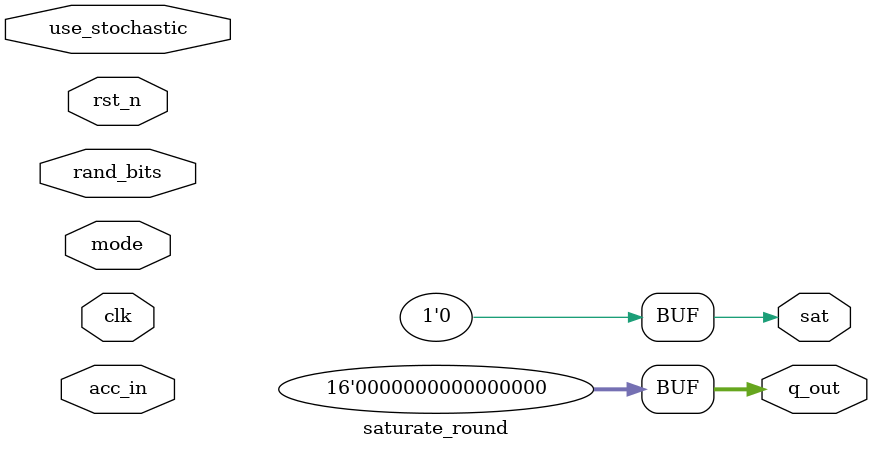
<source format=sv>
module saturate_round #(
  parameter ACC_W = 32
)(
  input  logic          clk,
  input  logic          rst_n,
  input  logic  [1:0]   mode,   // 0:E4M3 1:E5M2 2:BF16
  input  logic          use_stochastic,
  input  logic [ACC_W-1:0] acc_in,
  input  logic [15:0]   rand_bits, // for stochastic rounding if enabled
  output logic [15:0]   q_out,     // 16b to cover BF16; FP8 uses low byte
  output logic          sat
);
  assign q_out = '0;
  assign sat   = 1'b0;
endmodule

</source>
